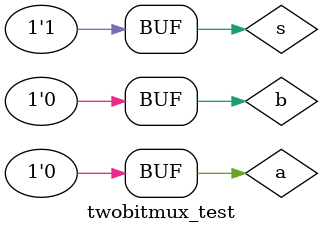
<source format=v>
`timescale 1ns / 1ps


module twobitmux_test;

	// Inputs
	reg a;
	reg b;
	reg s;

	// Outputs
	wire o;

	// Instantiate the Unit Under Test (UUT)
	twobitmux uut (
		.a(a), 
		.b(b), 
		.s(s), 
		.o(o)
	);

	initial begin
		// Initialize Inputs
		s = 0;
		a = 0;
		b = 0;
		
		
		 a=1;
		 b=1;
		 s = 1;
		 a=0;
		 b=0;
		 
		// Wait 100 ns for global reset to finish
		#100;
		
		
        
		// Add stimulus here

	end
	initial begin 
	$monitor ("a = %d, b = %d, s = %d, o = %d\n",a,b,s,o);
	end
	
      
endmodule


</source>
